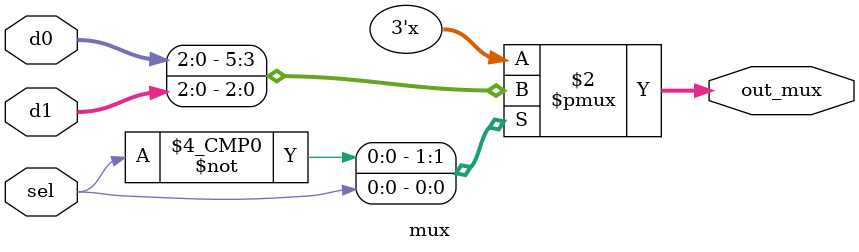
<source format=v>
`timescale 1ns / 1ps

module mux #(parameter width_size = 2)( 
           input[width_size:0] d1,d0,
           input sel,
            output  reg [width_size:0]  out_mux
           );

always @(*) begin
case(sel)
1'b0:  begin out_mux=d0; end
1'b1:  begin out_mux=d1; end
default: begin out_mux=1'b0; end
endcase
end
endmodule

</source>
